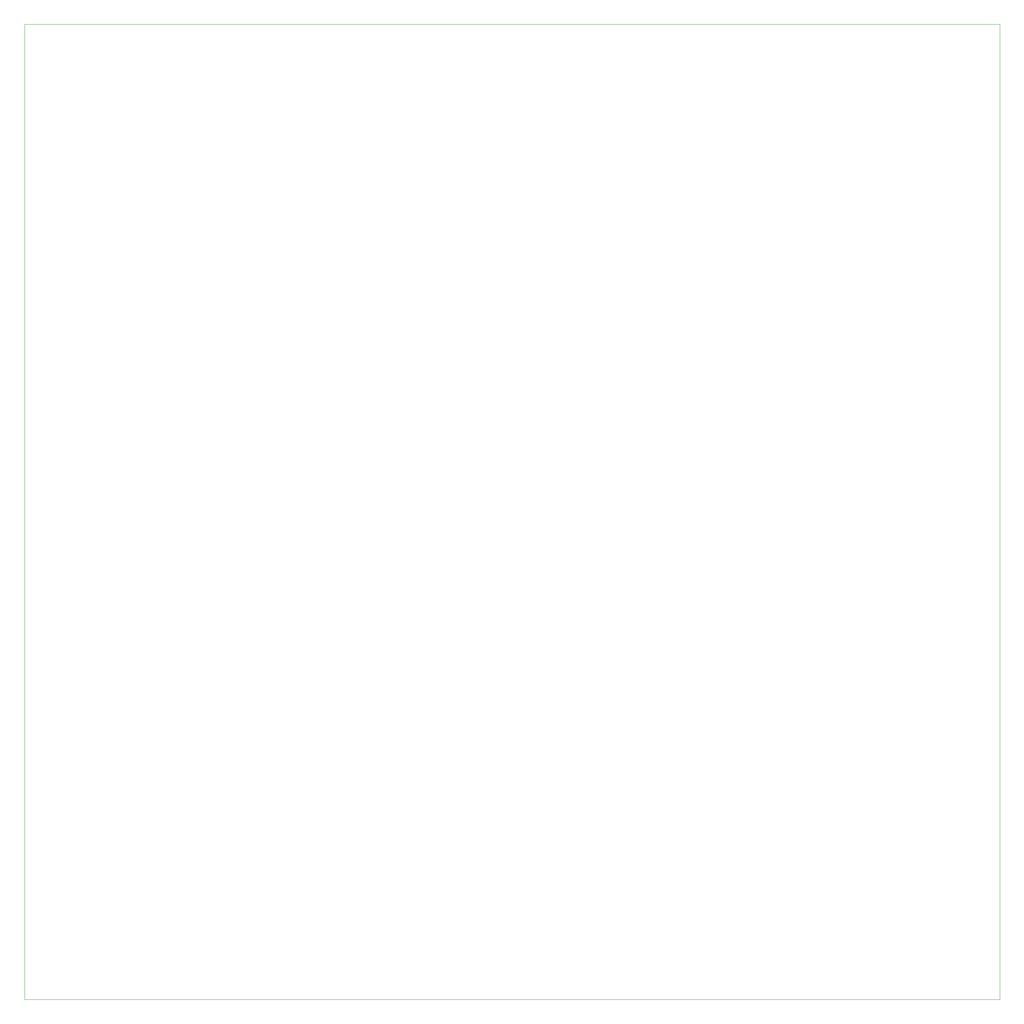
<source format=gbr>
%TF.GenerationSoftware,KiCad,Pcbnew,(5.1.9)-1*%
%TF.CreationDate,2021-05-24T20:43:48-07:00*%
%TF.ProjectId,SMTAsmQuote,534d5441-736d-4517-956f-74652e6b6963,rev?*%
%TF.SameCoordinates,Original*%
%TF.FileFunction,Profile,NP*%
%FSLAX46Y46*%
G04 Gerber Fmt 4.6, Leading zero omitted, Abs format (unit mm)*
G04 Created by KiCad (PCBNEW (5.1.9)-1) date 2021-05-24 20:43:48*
%MOMM*%
%LPD*%
G01*
G04 APERTURE LIST*
%TA.AperFunction,Profile*%
%ADD10C,0.050000*%
%TD*%
G04 APERTURE END LIST*
D10*
X0Y-228600000D02*
X0Y0D01*
X228600000Y-228600000D02*
X0Y-228600000D01*
X228600000Y0D02*
X228600000Y-228600000D01*
X0Y0D02*
X228600000Y0D01*
M02*

</source>
